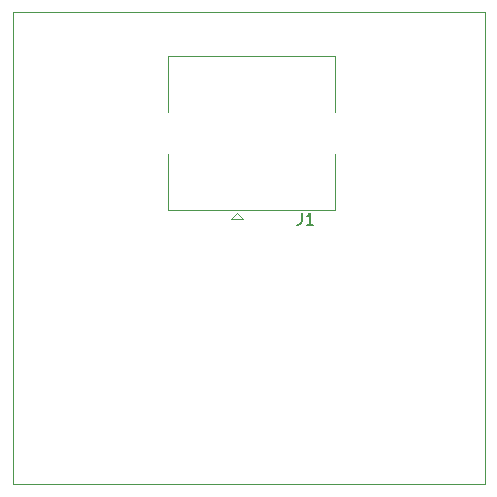
<source format=gbr>
G04 #@! TF.GenerationSoftware,KiCad,Pcbnew,(5.1.4)-1*
G04 #@! TF.CreationDate,2021-04-10T18:28:28-07:00*
G04 #@! TF.ProjectId,front-panel,66726f6e-742d-4706-916e-656c2e6b6963,rev?*
G04 #@! TF.SameCoordinates,Original*
G04 #@! TF.FileFunction,Legend,Top*
G04 #@! TF.FilePolarity,Positive*
%FSLAX46Y46*%
G04 Gerber Fmt 4.6, Leading zero omitted, Abs format (unit mm)*
G04 Created by KiCad (PCBNEW (5.1.4)-1) date 2021-04-10 18:28:28*
%MOMM*%
%LPD*%
G04 APERTURE LIST*
%ADD10C,0.120000*%
%ADD11C,0.150000*%
G04 APERTURE END LIST*
D10*
X120000000Y-110000000D02*
X120000000Y-70000000D01*
X80000000Y-110000000D02*
X120000000Y-110000000D01*
X80000000Y-70000000D02*
X80000000Y-110000000D01*
X120000000Y-70000000D02*
X80000000Y-70000000D01*
X99000000Y-87000000D02*
X98500000Y-87500000D01*
X98500000Y-87500000D02*
X99500000Y-87500000D01*
X99500000Y-87500000D02*
X99000000Y-87000000D01*
X107300000Y-86800000D02*
X93200000Y-86800000D01*
X93200000Y-86800000D02*
X93200000Y-82000000D01*
X93200000Y-78500000D02*
X93200000Y-73700000D01*
X93200000Y-73700000D02*
X107300000Y-73700000D01*
X107300000Y-73700000D02*
X107300000Y-78500000D01*
X107300000Y-82000000D02*
X107300000Y-86800000D01*
D11*
X104466666Y-87002380D02*
X104466666Y-87716666D01*
X104419047Y-87859523D01*
X104323809Y-87954761D01*
X104180952Y-88002380D01*
X104085714Y-88002380D01*
X105466666Y-88002380D02*
X104895238Y-88002380D01*
X105180952Y-88002380D02*
X105180952Y-87002380D01*
X105085714Y-87145238D01*
X104990476Y-87240476D01*
X104895238Y-87288095D01*
M02*

</source>
